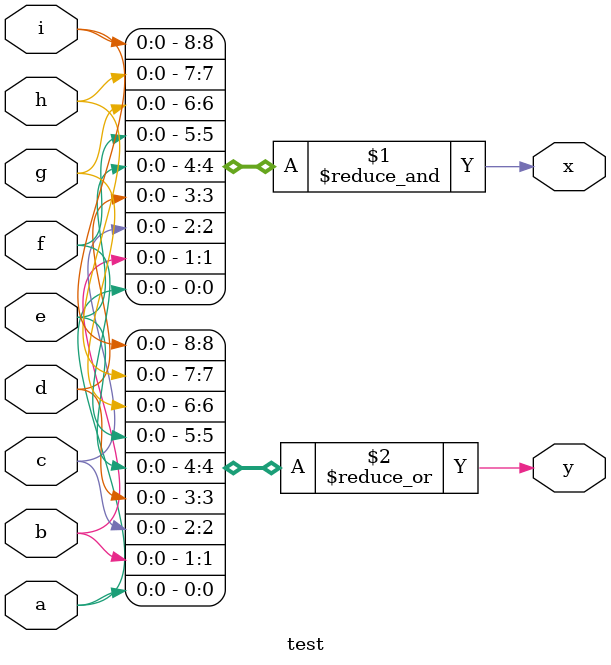
<source format=v>
`ifndef __TEST_V__
`define __TEST_V__

module test(
	// output pins
	output wand x,
	output wor y,

	// input pins
	input a, b, c, d, e, f, g, h, i
	);

	// calculate x
	assign x = a;
	assign x = b;
	assign x = c;
	assign x = d;
	assign x = e;
	assign x = f;
	assign x = g;
	assign x = h;
	assign x = i;

	// calculate y
	assign y = a;
	assign y = b;
	assign y = c;
	assign y = d;
	assign y = e;
	assign y = f;
	assign y = g;
	assign y = h;
	assign y = i;

endmodule

`endif /* __TEST_V__ */
</source>
